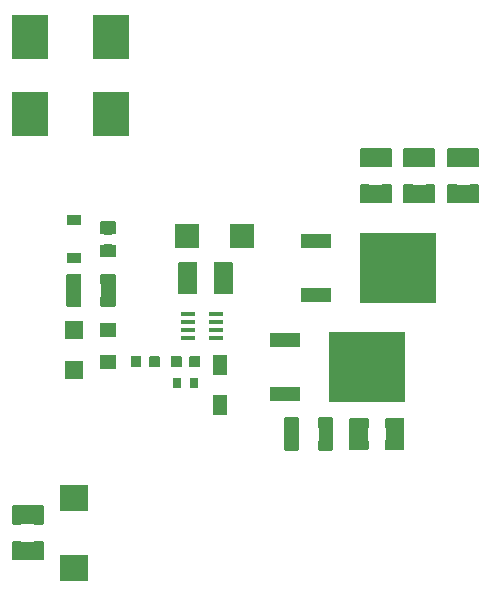
<source format=gtp>
G04*
G04 #@! TF.GenerationSoftware,Altium Limited,Altium Designer,20.2.8 (258)*
G04*
G04 Layer_Color=8421504*
%FSLAX25Y25*%
%MOIN*%
G70*
G04*
G04 #@! TF.SameCoordinates,527F6DBC-4CBC-4D53-8A28-EBD6D6C4F68D*
G04*
G04*
G04 #@! TF.FilePolarity,Positive*
G04*
G01*
G75*
%ADD19R,0.06299X0.06000*%
%ADD20R,0.06437X0.10630*%
%ADD21O,0.04811X0.01433*%
%ADD22R,0.07874X0.07874*%
%ADD23R,0.04724X0.03661*%
%ADD24R,0.05512X0.04724*%
%ADD25R,0.05421X0.04459*%
%ADD26R,0.03150X0.03543*%
%ADD27R,0.05102X0.06919*%
%ADD28R,0.05049X0.11055*%
%ADD29R,0.03175X0.03402*%
%ADD30R,0.09843X0.04724*%
%ADD31R,0.25591X0.23622*%
%ADD32R,0.09354X0.08691*%
%ADD33R,0.10630X0.06437*%
%ADD34R,0.11929X0.15039*%
G36*
X100711Y127040D02*
Y124333D01*
X98867Y122817D01*
X97133D01*
X95290Y124333D01*
Y127040D01*
X95683Y127434D01*
X100317D01*
X100711Y127040D01*
D02*
G37*
G36*
Y118467D02*
Y115760D01*
X100317Y115366D01*
X95683D01*
X95290Y115760D01*
Y118467D01*
X97133Y119983D01*
X98867D01*
X100711Y118467D01*
D02*
G37*
G36*
X127744Y113321D02*
Y110601D01*
X127350Y110207D01*
X125949D01*
X125556Y109813D01*
Y106987D01*
X125949Y106593D01*
X127350D01*
X127744Y106199D01*
Y103479D01*
X127350Y103085D01*
X121701D01*
X121307Y103479D01*
Y113321D01*
X121701Y113715D01*
X127350D01*
X127744Y113321D01*
D02*
G37*
G36*
X100499Y109534D02*
Y99266D01*
X100105Y98872D01*
X95843D01*
X95450Y99266D01*
Y102127D01*
X95843Y102521D01*
X96773D01*
X97166Y102914D01*
Y105886D01*
X96773Y106279D01*
X95843D01*
X95450Y106673D01*
Y109534D01*
X95843Y109928D01*
X100105D01*
X100499Y109534D01*
D02*
G37*
G36*
X89150D02*
Y106673D01*
X88757Y106279D01*
X87827D01*
X87434Y105886D01*
Y102914D01*
X87827Y102521D01*
X88757D01*
X89150Y102127D01*
Y99266D01*
X88757Y98872D01*
X84495D01*
X84101Y99266D01*
Y109534D01*
X84495Y109928D01*
X88757D01*
X89150Y109534D01*
D02*
G37*
G36*
X128505Y82372D02*
X128701Y82175D01*
X128701Y79025D01*
X128505Y78828D01*
X125394D01*
X125198Y79025D01*
Y79923D01*
X126694D01*
Y81222D01*
X125198D01*
Y82175D01*
X125394Y82372D01*
X128505Y82372D01*
D02*
G37*
G36*
X122442Y82175D02*
Y81222D01*
X120985D01*
Y79923D01*
X122442D01*
Y79025D01*
X122245Y78828D01*
X119095D01*
X118898Y79025D01*
X118898Y82175D01*
X119095Y82372D01*
X122245Y82372D01*
X122442Y82175D01*
D02*
G37*
G36*
X115302D02*
X115302Y79025D01*
X115105Y78828D01*
X111994D01*
X111798Y79025D01*
X111798Y79923D01*
X113294D01*
Y81222D01*
X111798D01*
Y82175D01*
X111994Y82372D01*
X115105D01*
X115302Y82175D01*
D02*
G37*
G36*
X108845Y82372D02*
X109042Y82175D01*
X109042Y81222D01*
X107585D01*
Y79923D01*
X109042D01*
Y79025D01*
X108845Y78828D01*
X105695D01*
X105498Y79025D01*
Y82175D01*
X105695Y82372D01*
X108845Y82372D01*
D02*
G37*
G36*
X76515Y32361D02*
Y26712D01*
X76121Y26318D01*
X73401Y26318D01*
X73007Y26712D01*
X73007Y28113D01*
X72613Y28507D01*
X69787D01*
X69393Y28113D01*
Y26712D01*
X68999Y26318D01*
X66279Y26318D01*
X65885Y26712D01*
Y32361D01*
X66279Y32755D01*
X76121D01*
X76515Y32361D01*
D02*
G37*
G36*
X76515Y20413D02*
X76515Y14763D01*
X76121Y14369D01*
X66279Y14369D01*
X65885Y14763D01*
Y20413D01*
X66279Y20806D01*
X68999Y20806D01*
X69393Y20413D01*
Y19011D01*
X69787Y18618D01*
X72613D01*
X73007Y19011D01*
Y20413D01*
X73401Y20806D01*
X76121D01*
X76515Y20413D01*
D02*
G37*
G36*
X221321Y151793D02*
X221715Y151399D01*
Y145750D01*
X221321Y145356D01*
X218601Y145356D01*
X218207Y145750D01*
Y147151D01*
X217813Y147545D01*
X214987D01*
X214593Y147151D01*
X214593Y145750D01*
X214199Y145356D01*
X211479D01*
X211085Y145750D01*
Y151399D01*
X211479Y151793D01*
X221321Y151793D01*
D02*
G37*
G36*
X207115Y151399D02*
Y145750D01*
X206721Y145356D01*
X204001Y145356D01*
X203607Y145750D01*
Y147151D01*
X203213Y147545D01*
X200387D01*
X199993Y147151D01*
X199993Y145750D01*
X199599Y145356D01*
X196879Y145356D01*
X196485Y145750D01*
Y151399D01*
X196879Y151793D01*
X206721D01*
X207115Y151399D01*
D02*
G37*
G36*
X192515Y151399D02*
Y145750D01*
X192121Y145356D01*
X189401D01*
X189007Y145750D01*
Y147151D01*
X188613Y147545D01*
X185787D01*
X185393Y147151D01*
Y145750D01*
X184999Y145356D01*
X182279D01*
X181885Y145750D01*
X181885Y151399D01*
X182279Y151793D01*
X192121D01*
X192515Y151399D01*
D02*
G37*
G36*
X221715Y139450D02*
Y133801D01*
X221321Y133407D01*
X211479Y133407D01*
X211085Y133801D01*
Y139450D01*
X211479Y139844D01*
X214199D01*
X214593Y139450D01*
Y138049D01*
X214987Y137655D01*
X217813Y137655D01*
X218207Y138049D01*
X218207Y139450D01*
X218601Y139844D01*
X221321D01*
X221715Y139450D01*
D02*
G37*
G36*
X207115Y139450D02*
Y133801D01*
X206721Y133407D01*
X196879Y133407D01*
X196485Y133801D01*
X196485Y139450D01*
X196879Y139844D01*
X199599D01*
X199993Y139450D01*
X199993Y138049D01*
X200387Y137655D01*
X203213D01*
X203607Y138049D01*
X203607Y139450D01*
X204001Y139844D01*
X206721D01*
X207115Y139450D01*
D02*
G37*
G36*
X192515Y139450D02*
Y133801D01*
X192121Y133407D01*
X182279Y133407D01*
X181885Y133801D01*
Y139450D01*
X182279Y139844D01*
X184999Y139844D01*
X185393Y139450D01*
Y138049D01*
X185787Y137655D01*
X188613D01*
X189007Y138049D01*
X189007Y139450D01*
X189401Y139844D01*
X192121D01*
X192515Y139450D01*
D02*
G37*
G36*
X139693Y113321D02*
Y103479D01*
X139299Y103085D01*
X133650D01*
X133256Y103479D01*
Y106199D01*
X133650Y106593D01*
X135051D01*
X135444Y106987D01*
Y109813D01*
X135051Y110207D01*
X133650D01*
X133256Y110601D01*
Y113321D01*
X133650Y113715D01*
X139299D01*
X139693Y113321D01*
D02*
G37*
G36*
X196793Y61421D02*
Y51579D01*
X196399Y51185D01*
X190750D01*
X190356Y51579D01*
Y54299D01*
X190750Y54693D01*
X192151D01*
X192544Y55087D01*
Y57913D01*
X192151Y58307D01*
X190750D01*
X190356Y58701D01*
Y61421D01*
X190750Y61815D01*
X196399D01*
X196793Y61421D01*
D02*
G37*
G36*
X184844D02*
Y58701D01*
X184450Y58307D01*
X183049D01*
X182656Y57913D01*
Y55087D01*
X183049Y54693D01*
X184450D01*
X184844Y54299D01*
Y51579D01*
X184450Y51185D01*
X178801D01*
X178407Y51579D01*
Y61421D01*
X178801Y61815D01*
X184450D01*
X184844Y61421D01*
D02*
G37*
G36*
X173099Y61634D02*
Y51366D01*
X172705Y50972D01*
X168443Y50972D01*
X168050Y51366D01*
Y54227D01*
X168443Y54621D01*
X169373Y54621D01*
X169766Y55014D01*
X169766Y57986D01*
X169373Y58379D01*
X168443Y58379D01*
X168050Y58773D01*
Y61634D01*
X168443Y62028D01*
X172705Y62028D01*
X173099Y61634D01*
D02*
G37*
G36*
X161357Y62028D02*
X161750Y61634D01*
Y58773D01*
X161357Y58379D01*
X160427Y58379D01*
X160034Y57986D01*
X160034Y55014D01*
X160427Y54621D01*
X161357Y54621D01*
X161750Y54227D01*
Y51366D01*
X161357Y50972D01*
X157095Y50972D01*
X156701Y51366D01*
Y61634D01*
X157095Y62028D01*
X161357Y62028D01*
D02*
G37*
D19*
X86720Y91235D02*
D03*
Y77735D02*
D03*
D20*
X124526Y108400D02*
D03*
X136474D02*
D03*
X193574Y56500D02*
D03*
X181626D02*
D03*
D21*
X134068Y88661D02*
D03*
X134069Y91220D02*
D03*
Y93779D02*
D03*
X134068Y96339D02*
D03*
X124532Y88661D02*
D03*
X124532Y91220D02*
D03*
Y93779D02*
D03*
X124532Y96339D02*
D03*
D22*
X124445Y122500D02*
D03*
X142555D02*
D03*
D23*
X86600Y115301D02*
D03*
Y127899D02*
D03*
D24*
X98000Y80585D02*
D03*
X98000Y91215D02*
D03*
D25*
X98000Y125204D02*
D03*
Y117596D02*
D03*
D26*
X126556Y73400D02*
D03*
X121045D02*
D03*
D27*
X135200Y66061D02*
D03*
Y79339D02*
D03*
D28*
X86626Y104400D02*
D03*
X97974D02*
D03*
X159226Y56500D02*
D03*
X170574Y56500D02*
D03*
D29*
X113365Y80600D02*
D03*
X107434D02*
D03*
X126766D02*
D03*
X120835D02*
D03*
D30*
X167319Y120900D02*
D03*
X167319Y102900D02*
D03*
X157019Y87800D02*
D03*
X157019Y69800D02*
D03*
D31*
X194681Y111900D02*
D03*
X184381Y78800D02*
D03*
D32*
X86800Y35221D02*
D03*
Y11904D02*
D03*
D33*
X71200Y29537D02*
D03*
X71200Y17588D02*
D03*
X216400Y136626D02*
D03*
X216400Y148574D02*
D03*
X201800Y136626D02*
D03*
X201800Y148574D02*
D03*
X187200Y136626D02*
D03*
X187200Y148574D02*
D03*
D34*
X99124Y188900D02*
D03*
X72076D02*
D03*
X99124Y163100D02*
D03*
X72076D02*
D03*
M02*

</source>
